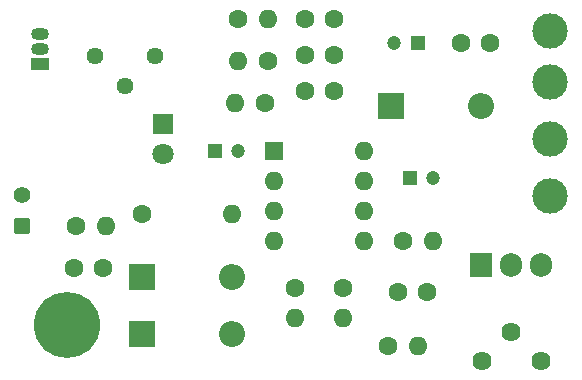
<source format=gbr>
%TF.GenerationSoftware,KiCad,Pcbnew,8.0.5*%
%TF.CreationDate,2024-12-08T10:15:27-05:00*%
%TF.ProjectId,shooting_sensor_new,73686f6f-7469-46e6-975f-73656e736f72,rev?*%
%TF.SameCoordinates,Original*%
%TF.FileFunction,Soldermask,Top*%
%TF.FilePolarity,Negative*%
%FSLAX46Y46*%
G04 Gerber Fmt 4.6, Leading zero omitted, Abs format (unit mm)*
G04 Created by KiCad (PCBNEW 8.0.5) date 2024-12-08 10:15:27*
%MOMM*%
%LPD*%
G01*
G04 APERTURE LIST*
G04 Aperture macros list*
%AMRoundRect*
0 Rectangle with rounded corners*
0 $1 Rounding radius*
0 $2 $3 $4 $5 $6 $7 $8 $9 X,Y pos of 4 corners*
0 Add a 4 corners polygon primitive as box body*
4,1,4,$2,$3,$4,$5,$6,$7,$8,$9,$2,$3,0*
0 Add four circle primitives for the rounded corners*
1,1,$1+$1,$2,$3*
1,1,$1+$1,$4,$5*
1,1,$1+$1,$6,$7*
1,1,$1+$1,$8,$9*
0 Add four rect primitives between the rounded corners*
20,1,$1+$1,$2,$3,$4,$5,0*
20,1,$1+$1,$4,$5,$6,$7,0*
20,1,$1+$1,$6,$7,$8,$9,0*
20,1,$1+$1,$8,$9,$2,$3,0*%
G04 Aperture macros list end*
%ADD10C,1.600000*%
%ADD11O,1.600000X1.600000*%
%ADD12RoundRect,0.249200X0.450800X-0.450800X0.450800X0.450800X-0.450800X0.450800X-0.450800X-0.450800X0*%
%ADD13C,1.400000*%
%ADD14R,2.200000X2.200000*%
%ADD15O,2.200000X2.200000*%
%ADD16R,1.600000X1.600000*%
%ADD17R,1.200000X1.200000*%
%ADD18C,1.200000*%
%ADD19C,3.000000*%
%ADD20C,1.440000*%
%ADD21R,1.905000X2.000000*%
%ADD22O,1.905000X2.000000*%
%ADD23R,1.500000X1.050000*%
%ADD24O,1.500000X1.050000*%
%ADD25C,5.600000*%
%ADD26C,1.620000*%
%ADD27R,1.800000X1.800000*%
%ADD28C,1.800000*%
G04 APERTURE END LIST*
D10*
%TO.C,R7*%
X83566000Y-68834000D03*
D11*
X86106000Y-68834000D03*
%TD*%
D10*
%TO.C,C9*%
X83332000Y-72390000D03*
X85832000Y-72390000D03*
%TD*%
%TO.C,R2*%
X111223000Y-70104000D03*
D11*
X113763000Y-70104000D03*
%TD*%
D12*
%TO.C,D4*%
X78965000Y-68834000D03*
D13*
X78965000Y-66274000D03*
%TD*%
D14*
%TO.C,D3*%
X89154000Y-73152000D03*
D15*
X96774000Y-73152000D03*
%TD*%
D10*
%TO.C,R1*%
X109982000Y-78994000D03*
D11*
X112522000Y-78994000D03*
%TD*%
D16*
%TO.C,U1*%
X100330000Y-62484000D03*
D11*
X100330000Y-65024000D03*
X100330000Y-67564000D03*
X100330000Y-70104000D03*
X107950000Y-70104000D03*
X107950000Y-67564000D03*
X107950000Y-65024000D03*
X107950000Y-62484000D03*
%TD*%
D14*
%TO.C,D5*%
X110236000Y-58674000D03*
D15*
X117856000Y-58674000D03*
%TD*%
D17*
%TO.C,C3*%
X95282000Y-62484000D03*
D18*
X97282000Y-62484000D03*
%TD*%
D19*
%TO.C,H1*%
X123698000Y-52324000D03*
%TD*%
D20*
%TO.C,RV2*%
X85105000Y-54431000D03*
X87645000Y-56971000D03*
X90185000Y-54431000D03*
%TD*%
D10*
%TO.C,R3*%
X89154000Y-67818000D03*
D11*
X96774000Y-67818000D03*
%TD*%
D17*
%TO.C,C7*%
X111792000Y-64770000D03*
D18*
X113792000Y-64770000D03*
%TD*%
D10*
%TO.C,C4*%
X102890000Y-51308000D03*
X105390000Y-51308000D03*
%TD*%
D19*
%TO.C,H4*%
X123698000Y-66294000D03*
%TD*%
D10*
%TO.C,R8*%
X106172000Y-74139000D03*
D11*
X106172000Y-76679000D03*
%TD*%
D10*
%TO.C,C5*%
X102890000Y-57404000D03*
X105390000Y-57404000D03*
%TD*%
%TO.C,C1*%
X110764000Y-74422000D03*
X113264000Y-74422000D03*
%TD*%
D19*
%TO.C,H3*%
X123698000Y-61462332D03*
%TD*%
D21*
%TO.C,Q1*%
X117856000Y-72136000D03*
D22*
X120396000Y-72136000D03*
X122936000Y-72136000D03*
%TD*%
D23*
%TO.C,Q2*%
X80518000Y-55118000D03*
D24*
X80518000Y-53848000D03*
X80518000Y-52578000D03*
%TD*%
D10*
%TO.C,R9*%
X97282000Y-51308000D03*
D11*
X99822000Y-51308000D03*
%TD*%
D17*
%TO.C,C2*%
X112490000Y-53340000D03*
D18*
X110490000Y-53340000D03*
%TD*%
D25*
%TO.C,REF\u002A\u002A*%
X82804000Y-77216000D03*
%TD*%
D10*
%TO.C,R6*%
X99822000Y-54864000D03*
D11*
X97282000Y-54864000D03*
%TD*%
D14*
%TO.C,D2*%
X89154000Y-77978000D03*
D15*
X96774000Y-77978000D03*
%TD*%
D10*
%TO.C,R4*%
X102108000Y-74139000D03*
D11*
X102108000Y-76679000D03*
%TD*%
D10*
%TO.C,R5*%
X99568000Y-58420000D03*
D11*
X97028000Y-58420000D03*
%TD*%
D10*
%TO.C,C8*%
X116098000Y-53340000D03*
X118598000Y-53340000D03*
%TD*%
D26*
%TO.C,RV1*%
X117896000Y-80319000D03*
X120396000Y-77819000D03*
X122896000Y-80319000D03*
%TD*%
D10*
%TO.C,C6*%
X102890000Y-54356000D03*
X105390000Y-54356000D03*
%TD*%
D27*
%TO.C,D1*%
X90932000Y-60193000D03*
D28*
X90932000Y-62733000D03*
%TD*%
D19*
%TO.C,H2*%
X123698000Y-56630666D03*
%TD*%
M02*

</source>
